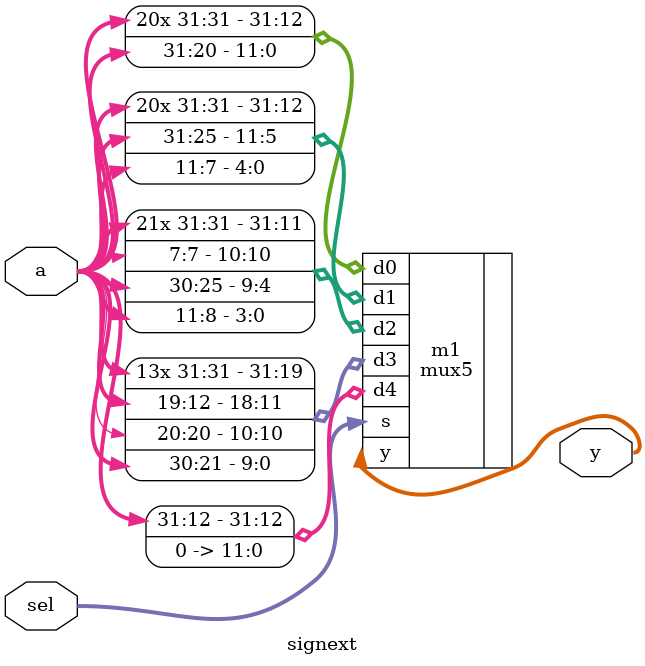
<source format=v>

module signext (input  [31:0] a,
		input [2:0]   sel,
		output [31:0] y);

   // 0 = normal (I) immediate 
   // 1 = sw (S) immediate
   // 2 = branch (SB) immediate
   // 3 = jal (UJ) immediate
   // 4 = lui immediate
   mux5 #(32) m1 (.d0({{21{a[31]}}, a[30:20]}),
                  .d1({{21{a[31]}}, a[30:25], a[11:7]}),
                  .d2({{21{a[31]}}, a[7], a[30:25], a[11:8]}),
                  .d3({{13{a[31]}}, a[19:12], a[20], a[30:21]}),
		  .d4({a[31:12], 12'b0}),
                  .s(sel),
                  .y(y));
   
endmodule // signext

</source>
